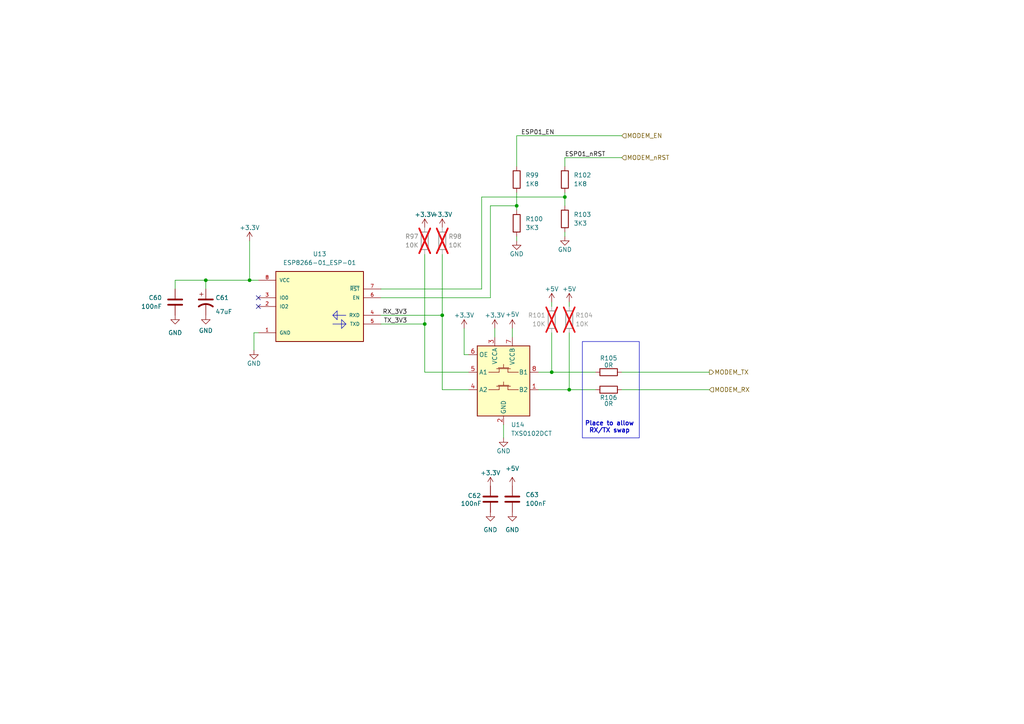
<source format=kicad_sch>
(kicad_sch (version 20250114) (generator "eeschema") (generator_version "9.0")
  (paper "A4")
  (lib_symbols
    (symbol "Device:C" (pin_numbers (hide yes)) (pin_names (offset 0.254))
      (property "Reference" "C" (at 0.635 2.54 0))
      (property "Value" "C" (at 0.635 -2.54 0))
      (symbol "C_0_1"
        (polyline (pts (xy -2.032 0.762) (xy 2.032 0.762)) (stroke (width 0.508)))
        (polyline (pts (xy -2.032 -0.762) (xy 2.032 -0.762)) (stroke (width 0.508)))
      )
      (symbol "C_1_1"
        (pin passive line (at 0 3.81 270) (length 2.794) (name "~") (number "1"))
        (pin passive line (at 0 -3.81 90) (length 2.794) (name "~") (number "2"))
      )
    )
    (symbol "Device:C_Polarized_US" (pin_numbers (hide yes)) (pin_names (offset 0.254) (hide yes))
      (property "Reference" "C" (at 0.635 2.54 0))
      (property "Value" "C_Polarized_US" (at 0.635 -2.54 0))
      (symbol "C_Polarized_US_0_1"
        (polyline (pts (xy -2.032 0.762) (xy 2.032 0.762)) (stroke (width 0.508)))
        (polyline (pts (xy -1.778 2.286) (xy -0.762 2.286)))
        (polyline (pts (xy -1.27 1.778) (xy -1.27 2.794)))
        (arc (start -2.032 -1.27) (mid 0 -0.5572) (end 2.032 -1.27) (stroke (width 0.508)))
      )
      (symbol "C_Polarized_US_1_1"
        (pin passive line (at 0 3.81 270) (length 2.794) (name "~") (number "1"))
        (pin passive line (at 0 -3.81 90) (length 3.302) (name "~") (number "2"))
      )
    )
    (symbol "Device:R" (pin_numbers (hide yes)) (pin_names (offset 0))
      (property "Reference" "R" (at 2.032 0 90))
      (property "Value" "R" (at 0 0 90))
      (symbol "R_0_1"
        (rectangle (start -1.016 -2.54) (end 1.016 2.54) (stroke (width 0.254)))
      )
      (symbol "R_1_1"
        (pin passive line (at 0 3.81 270) (length 1.27) (name "~") (number "1"))
        (pin passive line (at 0 -3.81 90) (length 1.27) (name "~") (number "2"))
      )
    )
    (symbol "ESP8266-01_ESP-01:ESP8266-01_ESP-01" (pin_names (offset 1.016))
      (property "Reference" "U" (at -12.7094 10.6778 0))
      (property "Value" "ESP8266-01_ESP-01" (at -12.7131 -12.7131 0))
      (symbol "ESP8266-01_ESP-01_0_0"
        (rectangle (start -12.7 -10.16) (end 12.7 10.16) (stroke (width 0.254)) (fill (type background)))
        (pin input line (at -17.78 5.08 0) (length 5.08) (name "~{RST}") (number "7"))
        (pin input line (at -17.78 2.54 0) (length 5.08) (name "EN") (number "6"))
        (pin input line (at -17.78 -2.54 0) (length 5.08) (name "RXD") (number "4"))
        (pin output line (at -17.78 -5.08 0) (length 5.08) (name "TXD") (number "5"))
        (pin power_in line (at 17.78 7.62 180) (length 5.08) (name "VCC") (number "8"))
        (pin bidirectional line (at 17.78 2.54 180) (length 5.08) (name "IO0") (number "3"))
        (pin bidirectional line (at 17.78 0 180) (length 5.08) (name "IO2") (number "2"))
        (pin power_in line (at 17.78 -7.62 180) (length 5.08) (name "GND") (number "1"))
      )
    )
    (symbol "Logic_LevelTranslator:TXS0102DCT"
      (property "Reference" "U" (at -6.35 11.43 0))
      (property "Value" "TXS0102DCT" (at 3.81 11.43 0))
      (symbol "TXS0102DCT_0_1"
        (rectangle (start -7.62 10.16) (end 7.62 -10.16) (stroke (width 0.254)) (fill (type background)))
        (polyline (pts (xy -4.318 -2.54) (xy -1.27 -2.54)))
        (polyline (pts (xy -2.032 -1.524) (xy 2.032 -1.524)))
        (polyline (pts (xy -1.524 -1.27) (xy 1.524 -1.27)))
        (polyline (pts (xy -1.27 -2.54) (xy -1.27 -1.524)))
        (polyline (pts (xy 0 -1.27) (xy 0 -0.254)))
        (polyline (pts (xy 1.27 -2.54) (xy 1.27 -1.524)))
        (polyline (pts (xy 4.318 -2.54) (xy 1.27 -2.54)))
      )
      (symbol "TXS0102DCT_1_1"
        (polyline (pts (xy -4.318 2.54) (xy -1.27 2.54)))
        (polyline (pts (xy -2.032 3.556) (xy 2.032 3.556)))
        (polyline (pts (xy -1.524 3.81) (xy 1.524 3.81)))
        (polyline (pts (xy -1.27 2.54) (xy -1.27 3.556)))
        (polyline (pts (xy 0 3.81) (xy 0 4.826)))
        (polyline (pts (xy 1.27 2.54) (xy 1.27 3.556)))
        (polyline (pts (xy 4.318 2.54) (xy 1.27 2.54)))
        (pin input line (at -10.16 7.62 0) (length 2.54) (name "OE") (number "6"))
        (pin bidirectional line (at -10.16 2.54 0) (length 2.54) (name "A1") (number "5"))
        (pin bidirectional line (at -10.16 -2.54 0) (length 2.54) (name "A2") (number "4"))
        (pin power_in line (at -2.54 12.7 270) (length 2.54) (name "VCCA") (number "3"))
        (pin power_in line (at 0 -12.7 90) (length 2.54) (name "GND") (number "2"))
        (pin power_in line (at 2.54 12.7 270) (length 2.54) (name "VCCB") (number "7"))
        (pin bidirectional line (at 10.16 2.54 180) (length 2.54) (name "B1") (number "8"))
        (pin bidirectional line (at 10.16 -2.54 180) (length 2.54) (name "B2") (number "1"))
      )
    )
    (symbol "power:+3.3V" (power) (pin_names (offset 0))
      (property "Value" "+3.3V" (at 0 3.556 0))
      (symbol "+3.3V_0_1"
        (polyline (pts (xy -0.762 1.27) (xy 0 2.54)))
        (polyline (pts (xy 0 2.54) (xy 0.762 1.27)))
        (polyline (pts (xy 0 0) (xy 0 2.54)))
      )
      (symbol "+3.3V_1_1"
        (pin power_in line (at 0 0 90) (length 0) (hide yes) (name "+3.3V") (number "1"))
      )
    )
    (symbol "power:+5V" (power) (pin_numbers (hide yes)) (pin_names (offset 0) (hide yes))
      (property "Value" "+5V" (at 0 3.556 0))
      (symbol "+5V_0_1"
        (polyline (pts (xy -0.762 1.27) (xy 0 2.54)))
        (polyline (pts (xy 0 2.54) (xy 0.762 1.27)))
        (polyline (pts (xy 0 0) (xy 0 2.54)))
      )
      (symbol "+5V_1_1"
        (pin power_in line (at 0 0 90) (length 0) (name "~") (number "1"))
      )
    )
    (symbol "power:GND" (power) (pin_names (offset 0))
      (property "Value" "GND" (at 0 -3.81 0))
      (symbol "GND_0_1"
        (polyline (pts (xy 0 0) (xy 0 -1.27) (xy 1.27 -1.27) (xy 0 -2.54) (xy -1.27 -1.27) (xy 0 -1.27)))
      )
      (symbol "GND_1_1"
        (pin power_in line (at 0 0 270) (length 0) (hide yes) (name "GND") (number "1"))
      )
    )
  )
  (rectangle (start 168.91 99.06) (end 185.42 127))
  (text "Place to allow\nRX/TX swap" (at 176.784 123.952 0) (effects (font (size 1.27 1.27) (thickness 0.254) (bold yes))))
  (junction (at 163.83 57.15))
  (junction (at 149.86 59.69))
  (junction (at 59.69 81.28))
  (junction (at 165.1 113.03))
  (junction (at 160.02 107.95))
  (junction (at 128.27 91.44))
  (junction (at 72.39 81.28))
  (junction (at 123.19 93.98))
  (no_connect (at 74.93 88.9))
  (no_connect (at 74.93 86.36))
  (wire (pts (xy 74.93 81.28) (xy 72.39 81.28)))
  (wire (pts (xy 148.59 95.25) (xy 148.59 97.79)))
  (wire (pts (xy 110.49 93.98) (xy 123.19 93.98)))
  (wire (pts (xy 163.83 55.88) (xy 163.83 57.15)))
  (wire (pts (xy 128.27 73.66) (xy 128.27 91.44)))
  (wire (pts (xy 165.1 87.63) (xy 165.1 88.9)))
  (wire (pts (xy 139.7 57.15) (xy 163.83 57.15)))
  (wire (pts (xy 180.34 113.03) (xy 205.74 113.03)))
  (wire (pts (xy 59.69 81.28) (xy 50.8 81.28)))
  (wire (pts (xy 149.86 39.37) (xy 149.86 48.26)))
  (wire (pts (xy 146.05 123.19) (xy 146.05 127)))
  (wire (pts (xy 110.49 86.36) (xy 142.24 86.36)))
  (wire (pts (xy 180.34 45.72) (xy 163.83 45.72)))
  (wire (pts (xy 156.21 107.95) (xy 160.02 107.95)))
  (wire (pts (xy 72.39 81.28) (xy 59.69 81.28)))
  (wire (pts (xy 156.21 113.03) (xy 165.1 113.03)))
  (wire (pts (xy 160.02 87.63) (xy 160.02 88.9)))
  (wire (pts (xy 143.51 95.25) (xy 143.51 97.79)))
  (wire (pts (xy 149.86 68.58) (xy 149.86 69.85)))
  (wire (pts (xy 165.1 113.03) (xy 172.72 113.03)))
  (wire (pts (xy 163.83 45.72) (xy 163.83 48.26)))
  (wire (pts (xy 180.34 39.37) (xy 149.86 39.37)))
  (wire (pts (xy 135.89 102.87) (xy 134.62 102.87)))
  (polyline (pts (xy 96.52 93.98) (xy 100.33 93.98)))
  (wire (pts (xy 123.19 107.95) (xy 135.89 107.95)))
  (wire (pts (xy 142.24 59.69) (xy 149.86 59.69)))
  (polyline (pts (xy 100.33 93.98) (xy 99.06 95.25)))
  (polyline (pts (xy 100.33 91.44) (xy 96.52 91.44)))
  (wire (pts (xy 180.34 107.95) (xy 205.74 107.95)))
  (wire (pts (xy 123.19 73.66) (xy 123.19 93.98)))
  (polyline (pts (xy 96.52 91.44) (xy 97.79 90.17)))
  (wire (pts (xy 50.8 81.28) (xy 50.8 83.82)))
  (wire (pts (xy 59.69 81.28) (xy 59.69 83.82)))
  (wire (pts (xy 149.86 59.69) (xy 149.86 60.96)))
  (wire (pts (xy 72.39 69.85) (xy 72.39 81.28)))
  (polyline (pts (xy 97.79 90.17) (xy 97.79 92.71)))
  (wire (pts (xy 160.02 96.52) (xy 160.02 107.95)))
  (wire (pts (xy 135.89 113.03) (xy 128.27 113.03)))
  (wire (pts (xy 165.1 96.52) (xy 165.1 113.03)))
  (wire (pts (xy 139.7 83.82) (xy 139.7 57.15)))
  (wire (pts (xy 123.19 93.98) (xy 123.19 107.95)))
  (wire (pts (xy 160.02 107.95) (xy 172.72 107.95)))
  (wire (pts (xy 73.66 101.6) (xy 73.66 96.52)))
  (wire (pts (xy 128.27 113.03) (xy 128.27 91.44)))
  (wire (pts (xy 163.83 57.15) (xy 163.83 59.69)))
  (wire (pts (xy 110.49 91.44) (xy 128.27 91.44)))
  (wire (pts (xy 73.66 96.52) (xy 74.93 96.52)))
  (polyline (pts (xy 99.06 92.71) (xy 100.33 93.98)))
  (wire (pts (xy 110.49 83.82) (xy 139.7 83.82)))
  (wire (pts (xy 149.86 55.88) (xy 149.86 59.69)))
  (wire (pts (xy 142.24 86.36) (xy 142.24 59.69)))
  (wire (pts (xy 163.83 67.31) (xy 163.83 68.58)))
  (wire (pts (xy 134.62 102.87) (xy 134.62 95.25)))
  (polyline (pts (xy 99.06 95.25) (xy 99.06 92.71)))
  (polyline (pts (xy 97.79 92.71) (xy 96.52 91.44)))
  (label "TX_3V3" (at 118.11 93.98 180))
  (label "RX_3V3" (at 118.11 91.44 180))
  (label "ESP01_nRST" (at 163.83 45.72 0))
  (label "ESP01_EN" (at 151.13 39.37 0))
  (hierarchical_label "MODEM_nRST" (shape input) (at 180.34 45.72 0))
  (hierarchical_label "MODEM_TX" (shape output) (at 205.74 107.95 0))
  (hierarchical_label "MODEM_EN" (shape input) (at 180.34 39.37 0))
  (hierarchical_label "MODEM_RX" (shape input) (at 205.74 113.03 0))
  (symbol (lib_id "power:+5V") (at 148.59 140.97 0) (unit 1)
    (property "Reference" "#PWR0254" (effects (hide yes)))
    (property "Value" "+5V" (at 148.59 135.89 0))
  )
  (symbol (lib_id "power:GND") (at 163.83 68.58 0) (unit 1)
    (property "Reference" "#PWR0258" (effects (hide yes)))
    (property "Value" "GND" (at 163.83 72.39 0))
  )
  (symbol (lib_id "power:+3.3V") (at 142.24 140.97 0) (unit 1)
    (property "Reference" "#PWR0249" (effects (hide yes)))
    (property "Value" "+3.3V" (at 142.24 137.16 0))
  )
  (symbol (lib_id "power:GND") (at 149.86 69.85 0) (unit 1)
    (property "Reference" "#PWR0256" (effects (hide yes)))
    (property "Value" "GND" (at 149.86 73.66 0))
  )
  (symbol (lib_id "Device:C") (at 142.24 144.78 0) (mirror y) (unit 1)
    (property "Reference" "C62" (at 135.636 143.764 0) (effects (justify right)))
    (property "Value" "100nF" (at 133.604 146.05 0) (effects (justify right)))
    (property "Footprint" "Capacitor_SMD:C_0402_1005Metric" (effects (hide yes)))
    (property "Description" "Unpolarized capacitor" (effects (hide yes)))
    (property "LCSC" "C113803" (effects (hide yes)))
  )
  (symbol (lib_id "Device:C_Polarized_US") (at 59.69 87.63 0) (unit 1)
    (property "Reference" "C61" (at 62.484 86.36 0) (effects (justify left)))
    (property "Value" "47uF" (at 62.484 90.424 0) (effects (justify left)))
    (property "Footprint" "Capacitor_SMD:C_1206_3216Metric" (effects (hide yes)))
    (property "LCSC" "C96123" (effects (hide yes)))
  )
  (symbol (lib_id "power:GND") (at 148.59 148.59 0) (unit 1)
    (property "Reference" "#PWR0255" (effects (hide yes)))
    (property "Value" "GND" (at 148.59 153.67 0))
  )
  (symbol (lib_id "power:GND") (at 59.69 91.44 0) (unit 1)
    (property "Reference" "#PWR0243" (effects (hide yes)))
    (property "Value" "GND" (at 59.69 95.885 0))
  )
  (symbol (lib_id "Device:R") (at 165.1 92.71 0) (unit 1) (dnp yes)
    (property "Reference" "R104" (at 166.878 91.44 0) (effects (justify left)))
    (property "Value" "10K" (at 166.878 93.98 0) (effects (justify left)))
    (property "Footprint" "Resistor_SMD:R_0402_1005Metric" (effects (hide yes)))
    (property "LCSC" "DNF" (effects (hide yes)))
  )
  (symbol (lib_id "power:GND") (at 50.8 91.44 0) (mirror y) (unit 1)
    (property "Reference" "#PWR0198" (effects (hide yes)))
    (property "Value" "GND" (at 50.8 96.52 0))
  )
  (symbol (lib_id "Device:R") (at 176.53 107.95 90) (unit 1)
    (property "Reference" "R105" (at 176.53 103.886 90))
    (property "Value" "0R" (at 176.53 105.918 90))
    (property "Footprint" "Resistor_SMD:R_0603_1608Metric" (effects (hide yes)))
    (property "Description" "Resistor" (effects (hide yes)))
  )
  (symbol (lib_id "power:GND") (at 73.66 101.6 0) (mirror y) (unit 1)
    (property "Reference" "#PWR0245" (effects (hide yes)))
    (property "Value" "GND" (at 73.66 105.41 0))
  )
  (symbol (lib_id "power:+5V") (at 148.59 95.25 0) (mirror y) (unit 1)
    (property "Reference" "#PWR0253" (effects (hide yes)))
    (property "Value" "+5V" (at 148.59 91.186 0))
  )
  (symbol (lib_id "Device:R") (at 123.19 69.85 0) (mirror y) (unit 1) (dnp yes)
    (property "Reference" "R97" (at 121.412 68.58 0) (effects (justify left)))
    (property "Value" "10K" (at 121.412 71.12 0) (effects (justify left)))
    (property "Footprint" "Resistor_SMD:R_0402_1005Metric" (effects (hide yes)))
    (property "LCSC" "DNF" (effects (hide yes)))
  )
  (symbol (lib_id "Device:R") (at 163.83 52.07 0) (unit 1)
    (property "Reference" "R102" (at 166.37 50.7999 0) (effects (justify left)))
    (property "Value" "1K8" (at 166.37 53.3399 0) (effects (justify left)))
    (property "Footprint" "Resistor_SMD:R_0603_1608Metric" (effects (hide yes)))
    (property "LCSC" "C25890" (effects (hide yes)))
  )
  (symbol (lib_id "Device:C") (at 50.8 87.63 0) (mirror y) (unit 1)
    (property "Reference" "C60" (at 46.99 86.3599 0) (effects (justify left)))
    (property "Value" "100nF" (at 46.99 88.8999 0) (effects (justify left)))
    (property "Footprint" "Capacitor_SMD:C_0402_1005Metric" (effects (hide yes)))
    (property "Description" "Unpolarized capacitor" (effects (hide yes)))
    (property "LCSC" "C113803" (effects (hide yes)))
  )
  (symbol (lib_id "power:+3.3V") (at 72.39 69.85 0) (mirror y) (unit 1)
    (property "Reference" "#PWR0244" (effects (hide yes)))
    (property "Value" "+3.3V" (at 72.39 66.04 0))
  )
  (symbol (lib_id "Device:R") (at 128.27 69.85 0) (unit 1) (dnp yes)
    (property "Reference" "R98" (at 130.048 68.58 0) (effects (justify left)))
    (property "Value" "10K" (at 130.048 71.12 0) (effects (justify left)))
    (property "Footprint" "Resistor_SMD:R_0402_1005Metric" (effects (hide yes)))
    (property "LCSC" "DNF" (effects (hide yes)))
  )
  (symbol (lib_id "Device:R") (at 176.53 113.03 90) (unit 1)
    (property "Reference" "R106" (at 176.53 115.316 90))
    (property "Value" "0R" (at 176.53 117.094 90))
    (property "Footprint" "Resistor_SMD:R_0603_1608Metric" (effects (hide yes)))
    (property "Description" "Resistor" (effects (hide yes)))
  )
  (symbol (lib_id "power:GND") (at 142.24 148.59 0) (mirror y) (unit 1)
    (property "Reference" "#PWR0250" (effects (hide yes)))
    (property "Value" "GND" (at 142.24 153.67 0))
  )
  (symbol (lib_id "power:+5V") (at 160.02 87.63 0) (mirror y) (unit 1)
    (property "Reference" "#PWR0257" (effects (hide yes)))
    (property "Value" "+5V" (at 160.02 83.82 0))
  )
  (symbol (lib_id "power:+3.3V") (at 134.62 95.25 0) (unit 1)
    (property "Reference" "#PWR0248" (effects (hide yes)))
    (property "Value" "+3.3V" (at 134.62 91.44 0))
  )
  (symbol (lib_id "Device:R") (at 149.86 64.77 0) (unit 1)
    (property "Reference" "R100" (at 152.4 63.4999 0) (effects (justify left)))
    (property "Value" "3K3" (at 152.4 66.0399 0) (effects (justify left)))
    (property "Footprint" "Resistor_SMD:R_0603_1608Metric" (effects (hide yes)))
    (property "LCSC" "C25890" (effects (hide yes)))
  )
  (symbol (lib_id "Device:R") (at 160.02 92.71 0) (mirror y) (unit 1) (dnp yes)
    (property "Reference" "R101" (at 158.242 91.44 0) (effects (justify left)))
    (property "Value" "10K" (at 158.242 93.98 0) (effects (justify left)))
    (property "Footprint" "Resistor_SMD:R_0402_1005Metric" (effects (hide yes)))
    (property "LCSC" "DNF" (effects (hide yes)))
  )
  (symbol (lib_id "Logic_LevelTranslator:TXS0102DCT") (at 146.05 110.49 0) (unit 1)
    (property "Reference" "U14" (at 148.1933 123.19 0) (effects (justify left)))
    (property "Value" "TXS0102DCT" (at 148.1933 125.73 0) (effects (justify left)))
    (property "Footprint" "Package_SO:SSOP-8_2.95x2.8mm_P0.65mm" (effects (hide yes)))
    (property "Datasheet" "http://www.ti.com/lit/gpn/txs0102" (effects (hide yes)))
    (property "Description" "2-Bit Bidirectional Voltage-Level Shifter for Open-Drain and Push-Pull Application, SSOP-8" (effects (hide yes)))
  )
  (symbol (lib_id "Device:R") (at 163.83 63.5 0) (unit 1)
    (property "Reference" "R103" (at 166.37 62.2299 0) (effects (justify left)))
    (property "Value" "3K3" (at 166.37 64.7699 0) (effects (justify left)))
    (property "Footprint" "Resistor_SMD:R_0603_1608Metric" (effects (hide yes)))
    (property "LCSC" "C25890" (effects (hide yes)))
  )
  (symbol (lib_id "ESP8266-01_ESP-01:ESP8266-01_ESP-01") (at 92.71 88.9 0) (mirror y) (unit 1)
    (property "Reference" "U13" (at 92.71 73.66 0))
    (property "Value" "ESP8266-01_ESP-01" (at 92.71 76.2 0))
    (property "Footprint" "ESP8266-01_ESP-01:XCVR_ESP8266-01_ESP-01" (effects (hide yes)))
    (property "MF" "AI-Thinker" (effects (hide yes)))
    (property "MAXIMUM_PACKAGE_HEIGHT" "11.2 mm" (effects (hide yes)))
    (property "Package" "Non-Standard AI-Thinker" (effects (hide yes)))
    (property "Price" "None" (effects (hide yes)))
    (property "Check_prices" "https://www.snapeda.com/parts/ESP8266-01/ESP-01/AI-Thinker/view-part/?ref=eda" (effects (hide yes)))
    (property "STANDARD" "Manufacturer recommendations or IPC 7351B" (effects (hide yes)))
    (property "PARTREV" "V1.2" (effects (hide yes)))
    (property "SnapEDA_Link" "https://www.snapeda.com/parts/ESP8266-01/ESP-01/AI-Thinker/view-part/?ref=snap" (effects (hide yes)))
    (property "MP" "ESP8266-01/ESP-01" (effects (hide yes)))
    (property "Description_1" "MakerFocus 4pcs ESP8266 ESP-01 Serial Wireless WiFi Transceiver Receiver Module 1MB SPI Flash DC3.0-3.6V Internet of Things WiFi Module Board Compatible with Ar duino" (effects (hide yes)))
    (property "Availability" "Not in stock" (effects (hide yes)))
    (property "MANUFACTURER" "AI-Thinker" (effects (hide yes)))
  )
  (symbol (lib_id "power:+3.3V") (at 123.19 66.04 0) (unit 1)
    (property "Reference" "#PWR0246" (effects (hide yes)))
    (property "Value" "+3.3V" (at 123.19 62.23 0))
  )
  (symbol (lib_id "Device:C") (at 148.59 144.78 0) (unit 1)
    (property "Reference" "C63" (at 152.4 143.5099 0) (effects (justify left)))
    (property "Value" "100nF" (at 152.4 146.0499 0) (effects (justify left)))
    (property "Footprint" "Capacitor_SMD:C_0402_1005Metric" (effects (hide yes)))
    (property "Description" "Unpolarized capacitor" (effects (hide yes)))
    (property "LCSC" "C113803" (effects (hide yes)))
  )
  (symbol (lib_id "power:+3.3V") (at 143.51 95.25 0) (unit 1)
    (property "Reference" "#PWR0251" (effects (hide yes)))
    (property "Value" "+3.3V" (at 143.51 91.44 0))
  )
  (symbol (lib_id "power:+5V") (at 165.1 87.63 0) (unit 1)
    (property "Reference" "#PWR0259" (effects (hide yes)))
    (property "Value" "+5V" (at 165.1 83.82 0))
  )
  (symbol (lib_id "power:+3.3V") (at 128.27 66.04 0) (unit 1)
    (property "Reference" "#PWR0247" (effects (hide yes)))
    (property "Value" "+3.3V" (at 128.27 62.23 0))
  )
  (symbol (lib_id "power:GND") (at 146.05 127 0) (mirror y) (unit 1)
    (property "Reference" "#PWR0252" (effects (hide yes)))
    (property "Value" "GND" (at 146.05 130.81 0))
  )
  (symbol (lib_id "Device:R") (at 149.86 52.07 0) (unit 1)
    (property "Reference" "R99" (at 152.4 50.7999 0) (effects (justify left)))
    (property "Value" "1K8" (at 152.4 53.3399 0) (effects (justify left)))
    (property "Footprint" "Resistor_SMD:R_0603_1608Metric" (effects (hide yes)))
    (property "LCSC" "C25890" (effects (hide yes)))
  )
)
</source>
